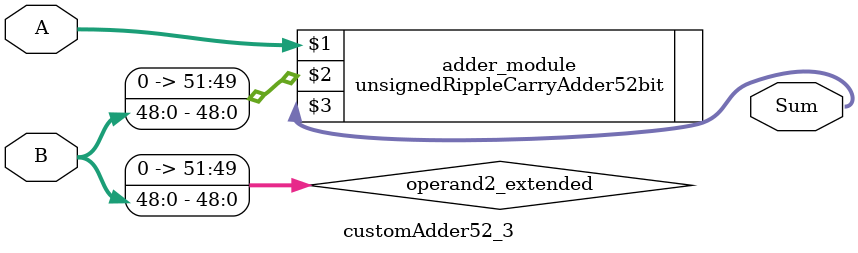
<source format=v>
module customAdder52_3(
                        input [51 : 0] A,
                        input [48 : 0] B,
                        
                        output [52 : 0] Sum
                );

        wire [51 : 0] operand2_extended;
        
        assign operand2_extended =  {3'b0, B};
        
        unsignedRippleCarryAdder52bit adder_module(
            A,
            operand2_extended,
            Sum
        );
        
        endmodule
        
</source>
